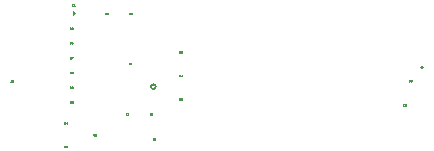
<source format=gto>
G04*
G04 #@! TF.GenerationSoftware,Altium Limited,Altium Designer,24.3.1 (35)*
G04*
G04 Layer_Color=65535*
%FSLAX44Y44*%
%MOMM*%
G71*
G04*
G04 #@! TF.SameCoordinates,1F43D650-1538-4F36-A45F-900124EBB3F4*
G04*
G04*
G04 #@! TF.FilePolarity,Positive*
G04*
G01*
G75*
%ADD10C,0.2000*%
%ADD11C,0.0200*%
G36*
X91250Y129750D02*
X93750Y127500D01*
X91250Y125250D01*
Y129750D01*
D02*
G37*
D10*
X388000Y82000D02*
G03*
X388000Y82000I-1000J0D01*
G01*
X161500Y65500D02*
G03*
X161500Y65500I-2000J0D01*
G01*
D11*
X372348Y50526D02*
X372098Y50775D01*
X371598D01*
X371348Y50526D01*
Y49526D01*
X371598Y49276D01*
X372098D01*
X372348Y49526D01*
X373847Y50775D02*
X373347Y50526D01*
X372848Y50026D01*
Y49526D01*
X373097Y49276D01*
X373597D01*
X373847Y49526D01*
Y49776D01*
X373597Y50026D01*
X372848D01*
X375666Y71350D02*
Y70100D01*
X375916Y69850D01*
X376416D01*
X376666Y70100D01*
Y71350D01*
X377165Y71100D02*
X377415Y71350D01*
X377915D01*
X378165Y71100D01*
Y70850D01*
X377915Y70600D01*
X377665D01*
X377915D01*
X378165Y70350D01*
Y70100D01*
X377915Y69850D01*
X377415D01*
X377165Y70100D01*
X181356Y74168D02*
Y75668D01*
X182106D01*
X182356Y75418D01*
Y74918D01*
X182106Y74668D01*
X181356D01*
X181856D02*
X182356Y74168D01*
X183605D02*
Y75668D01*
X182855Y74918D01*
X183855D01*
X88646Y114300D02*
Y115800D01*
X89396D01*
X89646Y115550D01*
Y115050D01*
X89396Y114800D01*
X88646D01*
X89146D02*
X89646Y114300D01*
X91145D02*
X90146D01*
X91145Y115300D01*
Y115550D01*
X90895Y115800D01*
X90395D01*
X90146Y115550D01*
X91000Y135750D02*
Y134250D01*
X91750D01*
X92000Y134500D01*
Y135500D01*
X91750Y135750D01*
X91000D01*
X92500Y134250D02*
X93000D01*
X92750D01*
Y135750D01*
X92500Y135500D01*
X137398Y42906D02*
X137148Y43155D01*
X136648D01*
X136398Y42906D01*
Y41906D01*
X136648Y41656D01*
X137148D01*
X137398Y41906D01*
X137898Y41656D02*
X138397D01*
X138147D01*
Y43155D01*
X137898Y42906D01*
X139684Y127996D02*
X139434Y128245D01*
X138934D01*
X138684Y127996D01*
Y126996D01*
X138934Y126746D01*
X139434D01*
X139684Y126996D01*
X141183Y126746D02*
X140183D01*
X141183Y127746D01*
Y127996D01*
X140933Y128245D01*
X140433D01*
X140183Y127996D01*
X119872D02*
X119622Y128245D01*
X119122D01*
X118872Y127996D01*
Y126996D01*
X119122Y126746D01*
X119622D01*
X119872Y126996D01*
X120372Y127996D02*
X120621Y128245D01*
X121121D01*
X121371Y127996D01*
Y127746D01*
X121121Y127496D01*
X120871D01*
X121121D01*
X121371Y127246D01*
Y126996D01*
X121121Y126746D01*
X120621D01*
X120372Y126996D01*
X84820Y35540D02*
X84570Y35789D01*
X84070D01*
X83820Y35540D01*
Y34540D01*
X84070Y34290D01*
X84570D01*
X84820Y34540D01*
X86069Y34290D02*
Y35789D01*
X85319Y35040D01*
X86319D01*
X84820Y15474D02*
X84570Y15724D01*
X84070D01*
X83820Y15474D01*
Y14474D01*
X84070Y14224D01*
X84570D01*
X84820Y14474D01*
X86319Y15724D02*
X85319D01*
Y14974D01*
X85819Y15224D01*
X86069D01*
X86319Y14974D01*
Y14474D01*
X86069Y14224D01*
X85569D01*
X85319Y14474D01*
X88646Y78208D02*
Y76708D01*
X89396D01*
X89646Y76958D01*
Y77958D01*
X89396Y78208D01*
X88646D01*
X91145Y76708D02*
X90146D01*
X91145Y77708D01*
Y77958D01*
X90895Y78208D01*
X90395D01*
X90146Y77958D01*
X88646Y65761D02*
Y64262D01*
X89396D01*
X89646Y64512D01*
Y65512D01*
X89396Y65761D01*
X88646D01*
X90146Y65512D02*
X90395Y65761D01*
X90895D01*
X91145Y65512D01*
Y65262D01*
X90895Y65012D01*
X90645D01*
X90895D01*
X91145Y64762D01*
Y64512D01*
X90895Y64262D01*
X90395D01*
X90146Y64512D01*
X88646Y103354D02*
Y101854D01*
X89396D01*
X89646Y102104D01*
Y103104D01*
X89396Y103354D01*
X88646D01*
X90895Y101854D02*
Y103354D01*
X90146Y102604D01*
X91145D01*
X160004Y22074D02*
X159504D01*
X159754D01*
Y20824D01*
X159504Y20574D01*
X159254D01*
X159004Y20824D01*
X160504Y20574D02*
X161003D01*
X160753D01*
Y22074D01*
X160504Y21824D01*
X39608Y70841D02*
X39108D01*
X39358D01*
Y69592D01*
X39108Y69342D01*
X38858D01*
X38608Y69592D01*
X41107Y69342D02*
X40107D01*
X41107Y70342D01*
Y70592D01*
X40857Y70841D01*
X40357D01*
X40107Y70592D01*
X156464Y41656D02*
Y43155D01*
X157214D01*
X157464Y42906D01*
Y42406D01*
X157214Y42156D01*
X156464D01*
X156964D02*
X157464Y41656D01*
X157963D02*
X158463D01*
X158213D01*
Y43155D01*
X157963Y42906D01*
X181356Y94234D02*
Y95733D01*
X182106D01*
X182356Y95484D01*
Y94984D01*
X182106Y94734D01*
X181356D01*
X181856D02*
X182356Y94234D01*
X183855Y95733D02*
X182855D01*
Y94984D01*
X183355Y95234D01*
X183605D01*
X183855Y94984D01*
Y94484D01*
X183605Y94234D01*
X183105D01*
X182855Y94484D01*
X88646Y51816D02*
Y53316D01*
X89396D01*
X89646Y53066D01*
Y52566D01*
X89396Y52316D01*
X88646D01*
X89146D02*
X89646Y51816D01*
X91145Y53316D02*
X90645Y53066D01*
X90146Y52566D01*
Y52066D01*
X90395Y51816D01*
X90895D01*
X91145Y52066D01*
Y52316D01*
X90895Y52566D01*
X90146D01*
X88646Y89154D02*
Y90653D01*
X89396D01*
X89646Y90404D01*
Y89904D01*
X89396Y89654D01*
X88646D01*
X89146D02*
X89646Y89154D01*
X90146Y90653D02*
X91145D01*
Y90404D01*
X90146Y89404D01*
Y89154D01*
X138938Y85828D02*
Y84578D01*
X139188Y84328D01*
X139688D01*
X139938Y84578D01*
Y85828D01*
X140437Y84328D02*
X140937D01*
X140687D01*
Y85828D01*
X140437Y85578D01*
X108712Y25629D02*
Y24380D01*
X108962Y24130D01*
X109462D01*
X109712Y24380D01*
Y25629D01*
X111211Y24130D02*
X110211D01*
X111211Y25130D01*
Y25380D01*
X110961Y25629D01*
X110461D01*
X110211Y25380D01*
X181356Y54356D02*
Y55855D01*
X182106D01*
X182356Y55606D01*
Y55106D01*
X182106Y54856D01*
X181356D01*
X181856D02*
X182356Y54356D01*
X182855Y55606D02*
X183105Y55855D01*
X183605D01*
X183855Y55606D01*
Y55356D01*
X183605Y55106D01*
X183355D01*
X183605D01*
X183855Y54856D01*
Y54606D01*
X183605Y54356D01*
X183105D01*
X182855Y54606D01*
M02*

</source>
